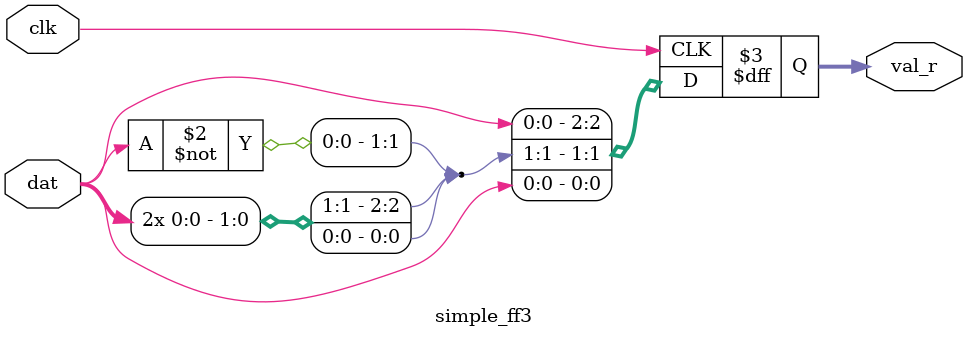
<source format=v>
module simple_ff3(
  input clk,
  input dat,
  output reg [2:0] val_r
);

always @(posedge clk)
begin
  val_r[0] <= dat;
  val_r[2:1] <= {dat,~dat};
end

endmodule
</source>
